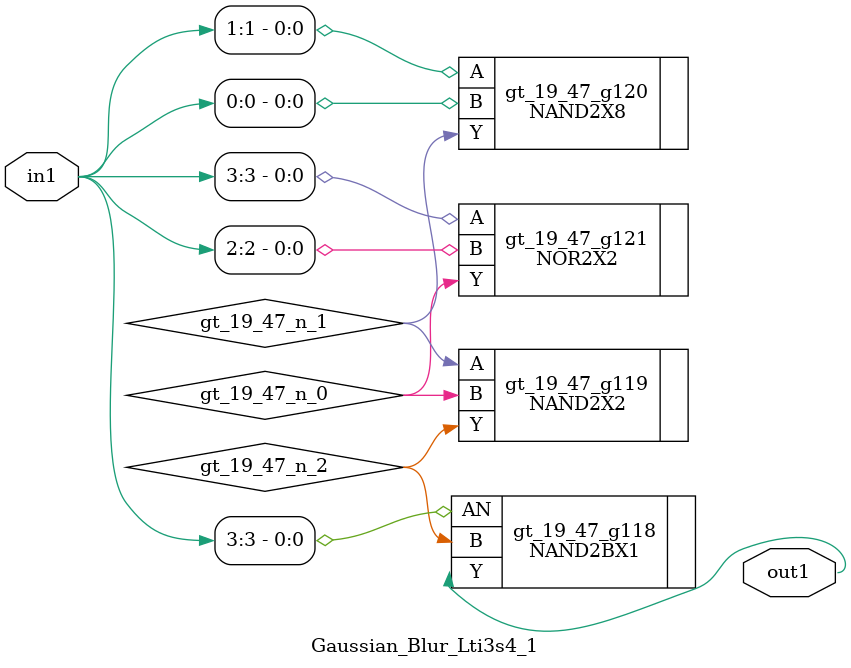
<source format=v>
`timescale 1ps / 1ps


module Gaussian_Blur_Lti3s4_1(in1, out1);
  input [3:0] in1;
  output out1;
  wire [3:0] in1;
  wire out1;
  wire gt_19_47_n_0, gt_19_47_n_1, gt_19_47_n_2;
  NAND2BX1 gt_19_47_g118(.AN (in1[3]), .B (gt_19_47_n_2), .Y (out1));
  NAND2X2 gt_19_47_g119(.A (gt_19_47_n_1), .B (gt_19_47_n_0), .Y
       (gt_19_47_n_2));
  NAND2X8 gt_19_47_g120(.A (in1[1]), .B (in1[0]), .Y (gt_19_47_n_1));
  NOR2X2 gt_19_47_g121(.A (in1[3]), .B (in1[2]), .Y (gt_19_47_n_0));
endmodule


</source>
